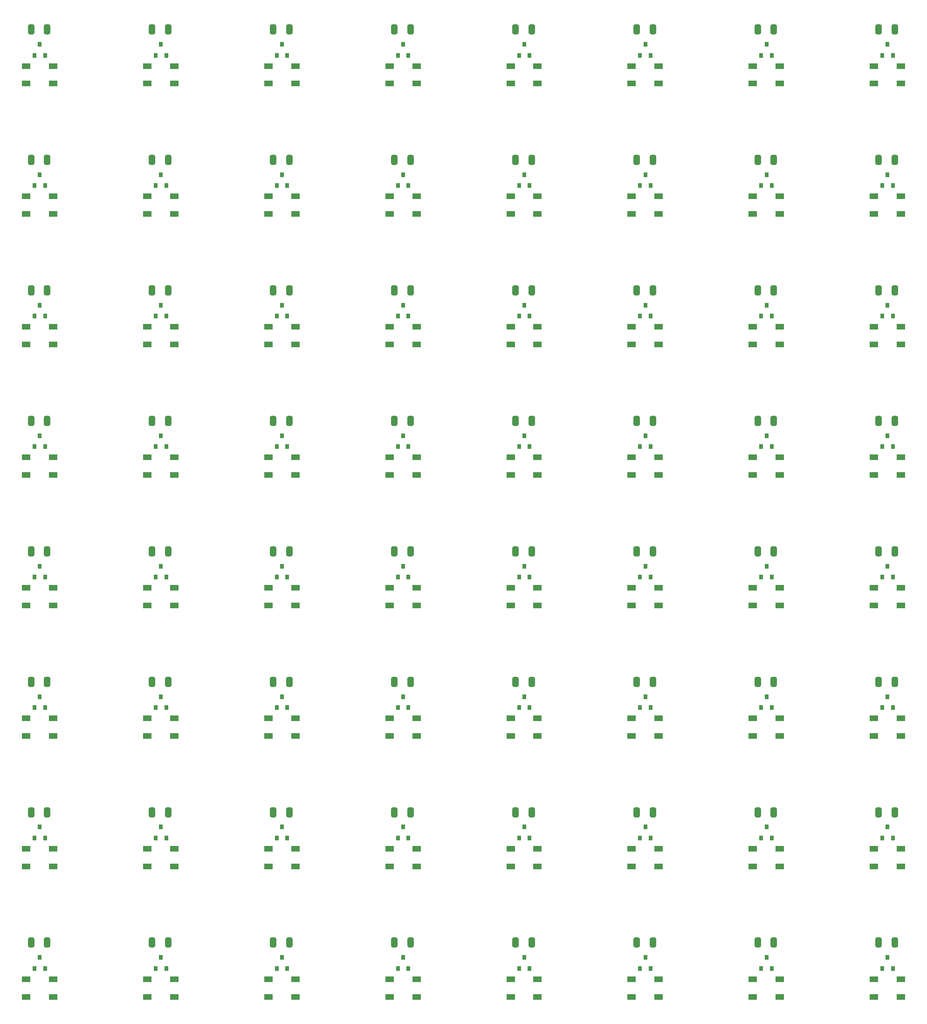
<source format=gbr>
%TF.GenerationSoftware,KiCad,Pcbnew,(6.0.7-1)-1*%
%TF.CreationDate,2022-12-02T15:51:38+01:00*%
%TF.ProjectId,8x8,3878382e-6b69-4636-9164-5f7063625858,rev?*%
%TF.SameCoordinates,Original*%
%TF.FileFunction,Paste,Top*%
%TF.FilePolarity,Positive*%
%FSLAX46Y46*%
G04 Gerber Fmt 4.6, Leading zero omitted, Abs format (unit mm)*
G04 Created by KiCad (PCBNEW (6.0.7-1)-1) date 2022-12-02 15:51:38*
%MOMM*%
%LPD*%
G01*
G04 APERTURE LIST*
G04 Aperture macros list*
%AMRoundRect*
0 Rectangle with rounded corners*
0 $1 Rounding radius*
0 $2 $3 $4 $5 $6 $7 $8 $9 X,Y pos of 4 corners*
0 Add a 4 corners polygon primitive as box body*
4,1,4,$2,$3,$4,$5,$6,$7,$8,$9,$2,$3,0*
0 Add four circle primitives for the rounded corners*
1,1,$1+$1,$2,$3*
1,1,$1+$1,$4,$5*
1,1,$1+$1,$6,$7*
1,1,$1+$1,$8,$9*
0 Add four rect primitives between the rounded corners*
20,1,$1+$1,$2,$3,$4,$5,0*
20,1,$1+$1,$4,$5,$6,$7,0*
20,1,$1+$1,$6,$7,$8,$9,0*
20,1,$1+$1,$8,$9,$2,$3,0*%
G04 Aperture macros list end*
%ADD10R,1.500000X1.000000*%
%ADD11R,0.800000X0.900000*%
%ADD12RoundRect,0.250000X0.325000X0.650000X-0.325000X0.650000X-0.325000X-0.650000X0.325000X-0.650000X0*%
%ADD13RoundRect,0.250000X-0.325000X-0.650000X0.325000X-0.650000X0.325000X0.650000X-0.325000X0.650000X0*%
G04 APERTURE END LIST*
D10*
%TO.C,D1*%
X25526201Y-44296401D03*
X25526201Y-47496401D03*
X30426201Y-47496401D03*
X30426201Y-44296401D03*
%TD*%
%TO.C,D2*%
X47526201Y-44296401D03*
X47526201Y-47496401D03*
X52426201Y-47496401D03*
X52426201Y-44296401D03*
%TD*%
%TO.C,D3*%
X69526201Y-44296401D03*
X69526201Y-47496401D03*
X74426201Y-47496401D03*
X74426201Y-44296401D03*
%TD*%
%TO.C,D4*%
X91526201Y-44296401D03*
X91526201Y-47496401D03*
X96426201Y-47496401D03*
X96426201Y-44296401D03*
%TD*%
%TO.C,D5*%
X113526201Y-44296401D03*
X113526201Y-47496401D03*
X118426201Y-47496401D03*
X118426201Y-44296401D03*
%TD*%
%TO.C,D6*%
X135526201Y-44296401D03*
X135526201Y-47496401D03*
X140426201Y-47496401D03*
X140426201Y-44296401D03*
%TD*%
%TO.C,D7*%
X157526201Y-44296401D03*
X157526201Y-47496401D03*
X162426201Y-47496401D03*
X162426201Y-44296401D03*
%TD*%
%TO.C,D8*%
X179526201Y-44296401D03*
X179526201Y-47496401D03*
X184426201Y-47496401D03*
X184426201Y-44296401D03*
%TD*%
%TO.C,D9*%
X30426201Y-71196401D03*
X30426201Y-67996401D03*
X25526201Y-67996401D03*
X25526201Y-71196401D03*
%TD*%
%TO.C,D10*%
X52426201Y-71196401D03*
X52426201Y-67996401D03*
X47526201Y-67996401D03*
X47526201Y-71196401D03*
%TD*%
%TO.C,D11*%
X74426201Y-71196401D03*
X74426201Y-67996401D03*
X69526201Y-67996401D03*
X69526201Y-71196401D03*
%TD*%
%TO.C,D12*%
X96426201Y-71196401D03*
X96426201Y-67996401D03*
X91526201Y-67996401D03*
X91526201Y-71196401D03*
%TD*%
%TO.C,D13*%
X118426201Y-71196401D03*
X118426201Y-67996401D03*
X113526201Y-67996401D03*
X113526201Y-71196401D03*
%TD*%
%TO.C,D14*%
X140426201Y-71196401D03*
X140426201Y-67996401D03*
X135526201Y-67996401D03*
X135526201Y-71196401D03*
%TD*%
%TO.C,D15*%
X162426201Y-71196401D03*
X162426201Y-67996401D03*
X157526201Y-67996401D03*
X157526201Y-71196401D03*
%TD*%
%TO.C,D16*%
X184426201Y-71196401D03*
X184426201Y-67996401D03*
X179526201Y-67996401D03*
X179526201Y-71196401D03*
%TD*%
%TO.C,D17*%
X25526201Y-91696401D03*
X25526201Y-94896401D03*
X30426201Y-94896401D03*
X30426201Y-91696401D03*
%TD*%
%TO.C,D18*%
X47526201Y-91696401D03*
X47526201Y-94896401D03*
X52426201Y-94896401D03*
X52426201Y-91696401D03*
%TD*%
%TO.C,D19*%
X69526201Y-91696401D03*
X69526201Y-94896401D03*
X74426201Y-94896401D03*
X74426201Y-91696401D03*
%TD*%
%TO.C,D20*%
X91526201Y-91696401D03*
X91526201Y-94896401D03*
X96426201Y-94896401D03*
X96426201Y-91696401D03*
%TD*%
%TO.C,D21*%
X113526201Y-91696401D03*
X113526201Y-94896401D03*
X118426201Y-94896401D03*
X118426201Y-91696401D03*
%TD*%
%TO.C,D22*%
X135526201Y-91696401D03*
X135526201Y-94896401D03*
X140426201Y-94896401D03*
X140426201Y-91696401D03*
%TD*%
%TO.C,D23*%
X157526201Y-91696401D03*
X157526201Y-94896401D03*
X162426201Y-94896401D03*
X162426201Y-91696401D03*
%TD*%
%TO.C,D24*%
X179526201Y-91696401D03*
X179526201Y-94896401D03*
X184426201Y-94896401D03*
X184426201Y-91696401D03*
%TD*%
%TO.C,D25*%
X30426201Y-118596401D03*
X30426201Y-115396401D03*
X25526201Y-115396401D03*
X25526201Y-118596401D03*
%TD*%
%TO.C,D26*%
X52426201Y-118596401D03*
X52426201Y-115396401D03*
X47526201Y-115396401D03*
X47526201Y-118596401D03*
%TD*%
%TO.C,D27*%
X74426201Y-118596401D03*
X74426201Y-115396401D03*
X69526201Y-115396401D03*
X69526201Y-118596401D03*
%TD*%
%TO.C,D28*%
X96426201Y-118596401D03*
X96426201Y-115396401D03*
X91526201Y-115396401D03*
X91526201Y-118596401D03*
%TD*%
%TO.C,D29*%
X118426201Y-118596401D03*
X118426201Y-115396401D03*
X113526201Y-115396401D03*
X113526201Y-118596401D03*
%TD*%
%TO.C,D30*%
X140426201Y-118596401D03*
X140426201Y-115396401D03*
X135526201Y-115396401D03*
X135526201Y-118596401D03*
%TD*%
%TO.C,D31*%
X162426201Y-118596401D03*
X162426201Y-115396401D03*
X157526201Y-115396401D03*
X157526201Y-118596401D03*
%TD*%
%TO.C,D32*%
X184426201Y-118596401D03*
X184426201Y-115396401D03*
X179526201Y-115396401D03*
X179526201Y-118596401D03*
%TD*%
%TO.C,D33*%
X25526201Y-139096401D03*
X25526201Y-142296401D03*
X30426201Y-142296401D03*
X30426201Y-139096401D03*
%TD*%
%TO.C,D34*%
X47526201Y-139096401D03*
X47526201Y-142296401D03*
X52426201Y-142296401D03*
X52426201Y-139096401D03*
%TD*%
%TO.C,D35*%
X69526201Y-139096401D03*
X69526201Y-142296401D03*
X74426201Y-142296401D03*
X74426201Y-139096401D03*
%TD*%
%TO.C,D36*%
X91526201Y-139096401D03*
X91526201Y-142296401D03*
X96426201Y-142296401D03*
X96426201Y-139096401D03*
%TD*%
%TO.C,D37*%
X113526201Y-139096401D03*
X113526201Y-142296401D03*
X118426201Y-142296401D03*
X118426201Y-139096401D03*
%TD*%
%TO.C,D38*%
X135526201Y-139096401D03*
X135526201Y-142296401D03*
X140426201Y-142296401D03*
X140426201Y-139096401D03*
%TD*%
%TO.C,D39*%
X157526201Y-139096401D03*
X157526201Y-142296401D03*
X162426201Y-142296401D03*
X162426201Y-139096401D03*
%TD*%
%TO.C,D40*%
X179526201Y-139096401D03*
X179526201Y-142296401D03*
X184426201Y-142296401D03*
X184426201Y-139096401D03*
%TD*%
%TO.C,D41*%
X30426201Y-165996401D03*
X30426201Y-162796401D03*
X25526201Y-162796401D03*
X25526201Y-165996401D03*
%TD*%
%TO.C,D42*%
X52426201Y-165996401D03*
X52426201Y-162796401D03*
X47526201Y-162796401D03*
X47526201Y-165996401D03*
%TD*%
%TO.C,D43*%
X74426201Y-165996401D03*
X74426201Y-162796401D03*
X69526201Y-162796401D03*
X69526201Y-165996401D03*
%TD*%
%TO.C,D44*%
X96426201Y-165996401D03*
X96426201Y-162796401D03*
X91526201Y-162796401D03*
X91526201Y-165996401D03*
%TD*%
%TO.C,D45*%
X118426201Y-165996401D03*
X118426201Y-162796401D03*
X113526201Y-162796401D03*
X113526201Y-165996401D03*
%TD*%
%TO.C,D46*%
X140426201Y-165996401D03*
X140426201Y-162796401D03*
X135526201Y-162796401D03*
X135526201Y-165996401D03*
%TD*%
%TO.C,D47*%
X162426201Y-165996401D03*
X162426201Y-162796401D03*
X157526201Y-162796401D03*
X157526201Y-165996401D03*
%TD*%
%TO.C,D48*%
X184426201Y-165996401D03*
X184426201Y-162796401D03*
X179526201Y-162796401D03*
X179526201Y-165996401D03*
%TD*%
%TO.C,D49*%
X25526201Y-186496401D03*
X25526201Y-189696401D03*
X30426201Y-189696401D03*
X30426201Y-186496401D03*
%TD*%
%TO.C,D50*%
X47526201Y-186496401D03*
X47526201Y-189696401D03*
X52426201Y-189696401D03*
X52426201Y-186496401D03*
%TD*%
%TO.C,D51*%
X69526201Y-186496401D03*
X69526201Y-189696401D03*
X74426201Y-189696401D03*
X74426201Y-186496401D03*
%TD*%
%TO.C,D52*%
X91526201Y-186496401D03*
X91526201Y-189696401D03*
X96426201Y-189696401D03*
X96426201Y-186496401D03*
%TD*%
%TO.C,D53*%
X113526201Y-186496401D03*
X113526201Y-189696401D03*
X118426201Y-189696401D03*
X118426201Y-186496401D03*
%TD*%
%TO.C,D54*%
X135526201Y-186496401D03*
X135526201Y-189696401D03*
X140426201Y-189696401D03*
X140426201Y-186496401D03*
%TD*%
%TO.C,D55*%
X157526201Y-186496401D03*
X157526201Y-189696401D03*
X162426201Y-189696401D03*
X162426201Y-186496401D03*
%TD*%
%TO.C,D56*%
X179526201Y-186496401D03*
X179526201Y-189696401D03*
X184426201Y-189696401D03*
X184426201Y-186496401D03*
%TD*%
%TO.C,D57*%
X30426201Y-213396401D03*
X30426201Y-210196401D03*
X25526201Y-210196401D03*
X25526201Y-213396401D03*
%TD*%
%TO.C,D58*%
X52426201Y-213396401D03*
X52426201Y-210196401D03*
X47526201Y-210196401D03*
X47526201Y-213396401D03*
%TD*%
%TO.C,D59*%
X74426201Y-213396401D03*
X74426201Y-210196401D03*
X69526201Y-210196401D03*
X69526201Y-213396401D03*
%TD*%
%TO.C,D60*%
X96426201Y-213396401D03*
X96426201Y-210196401D03*
X91526201Y-210196401D03*
X91526201Y-213396401D03*
%TD*%
%TO.C,D61*%
X118426201Y-213396401D03*
X118426201Y-210196401D03*
X113526201Y-210196401D03*
X113526201Y-213396401D03*
%TD*%
%TO.C,D62*%
X140426201Y-213396401D03*
X140426201Y-210196401D03*
X135526201Y-210196401D03*
X135526201Y-213396401D03*
%TD*%
%TO.C,D63*%
X162426201Y-213396401D03*
X162426201Y-210196401D03*
X157526201Y-210196401D03*
X157526201Y-213396401D03*
%TD*%
%TO.C,D64*%
X184426201Y-213396401D03*
X184426201Y-210196401D03*
X179526201Y-210196401D03*
X179526201Y-213396401D03*
%TD*%
D11*
%TO.C,U1*%
X27050000Y-42350000D03*
X28950000Y-42350000D03*
X28000000Y-40350000D03*
%TD*%
%TO.C,U2*%
X49050000Y-42350000D03*
X50950000Y-42350000D03*
X50000000Y-40350000D03*
%TD*%
%TO.C,U3*%
X71050000Y-42350000D03*
X72950000Y-42350000D03*
X72000000Y-40350000D03*
%TD*%
%TO.C,U4*%
X93050000Y-42350000D03*
X94950000Y-42350000D03*
X94000000Y-40350000D03*
%TD*%
%TO.C,U5*%
X115050000Y-42350000D03*
X116950000Y-42350000D03*
X116000000Y-40350000D03*
%TD*%
%TO.C,U6*%
X137050000Y-42350000D03*
X138950000Y-42350000D03*
X138000000Y-40350000D03*
%TD*%
%TO.C,U7*%
X159050000Y-42350000D03*
X160950000Y-42350000D03*
X160000000Y-40350000D03*
%TD*%
%TO.C,U8*%
X181050000Y-42350000D03*
X182950000Y-42350000D03*
X182000000Y-40350000D03*
%TD*%
%TO.C,U9*%
X27050000Y-66050000D03*
X28950000Y-66050000D03*
X28000000Y-64050000D03*
%TD*%
%TO.C,U10*%
X49050000Y-66050000D03*
X50950000Y-66050000D03*
X50000000Y-64050000D03*
%TD*%
%TO.C,U11*%
X71050000Y-66050000D03*
X72950000Y-66050000D03*
X72000000Y-64050000D03*
%TD*%
%TO.C,U12*%
X93050000Y-66050000D03*
X94950000Y-66050000D03*
X94000000Y-64050000D03*
%TD*%
%TO.C,U13*%
X115050000Y-66050000D03*
X116950000Y-66050000D03*
X116000000Y-64050000D03*
%TD*%
%TO.C,U14*%
X137050000Y-66050000D03*
X138950000Y-66050000D03*
X138000000Y-64050000D03*
%TD*%
%TO.C,U15*%
X159050000Y-66050000D03*
X160950000Y-66050000D03*
X160000000Y-64050000D03*
%TD*%
%TO.C,U16*%
X181050000Y-66050000D03*
X182950000Y-66050000D03*
X182000000Y-64050000D03*
%TD*%
%TO.C,U17*%
X27050000Y-89750000D03*
X28950000Y-89750000D03*
X28000000Y-87750000D03*
%TD*%
%TO.C,U18*%
X49050000Y-89750000D03*
X50950000Y-89750000D03*
X50000000Y-87750000D03*
%TD*%
%TO.C,U19*%
X71050000Y-89750000D03*
X72950000Y-89750000D03*
X72000000Y-87750000D03*
%TD*%
%TO.C,U20*%
X93050000Y-89750000D03*
X94950000Y-89750000D03*
X94000000Y-87750000D03*
%TD*%
%TO.C,U21*%
X115050000Y-89750000D03*
X116950000Y-89750000D03*
X116000000Y-87750000D03*
%TD*%
%TO.C,U22*%
X137050000Y-89750000D03*
X138950000Y-89750000D03*
X138000000Y-87750000D03*
%TD*%
%TO.C,U23*%
X159050000Y-89750000D03*
X160950000Y-89750000D03*
X160000000Y-87750000D03*
%TD*%
%TO.C,U24*%
X181050000Y-89750000D03*
X182950000Y-89750000D03*
X182000000Y-87750000D03*
%TD*%
%TO.C,U25*%
X27050000Y-113450000D03*
X28950000Y-113450000D03*
X28000000Y-111450000D03*
%TD*%
%TO.C,U26*%
X49050000Y-113450000D03*
X50950000Y-113450000D03*
X50000000Y-111450000D03*
%TD*%
%TO.C,U27*%
X71050000Y-113450000D03*
X72950000Y-113450000D03*
X72000000Y-111450000D03*
%TD*%
%TO.C,U28*%
X93050000Y-113450000D03*
X94950000Y-113450000D03*
X94000000Y-111450000D03*
%TD*%
%TO.C,U29*%
X115050000Y-113450000D03*
X116950000Y-113450000D03*
X116000000Y-111450000D03*
%TD*%
%TO.C,U30*%
X137050000Y-113450000D03*
X138950000Y-113450000D03*
X138000000Y-111450000D03*
%TD*%
%TO.C,U31*%
X159050000Y-113450000D03*
X160950000Y-113450000D03*
X160000000Y-111450000D03*
%TD*%
%TO.C,U32*%
X181050000Y-113450000D03*
X182950000Y-113450000D03*
X182000000Y-111450000D03*
%TD*%
%TO.C,U33*%
X27050000Y-137150000D03*
X28950000Y-137150000D03*
X28000000Y-135150000D03*
%TD*%
%TO.C,U34*%
X49050000Y-137150000D03*
X50950000Y-137150000D03*
X50000000Y-135150000D03*
%TD*%
%TO.C,U35*%
X71050000Y-137150000D03*
X72950000Y-137150000D03*
X72000000Y-135150000D03*
%TD*%
%TO.C,U36*%
X93050000Y-137150000D03*
X94950000Y-137150000D03*
X94000000Y-135150000D03*
%TD*%
%TO.C,U37*%
X115050000Y-137150000D03*
X116950000Y-137150000D03*
X116000000Y-135150000D03*
%TD*%
%TO.C,U38*%
X137050000Y-137150000D03*
X138950000Y-137150000D03*
X138000000Y-135150000D03*
%TD*%
%TO.C,U39*%
X159050000Y-137150000D03*
X160950000Y-137150000D03*
X160000000Y-135150000D03*
%TD*%
%TO.C,U40*%
X181050000Y-137150000D03*
X182950000Y-137150000D03*
X182000000Y-135150000D03*
%TD*%
%TO.C,U41*%
X27050000Y-160850000D03*
X28950000Y-160850000D03*
X28000000Y-158850000D03*
%TD*%
%TO.C,U42*%
X49050000Y-160850000D03*
X50950000Y-160850000D03*
X50000000Y-158850000D03*
%TD*%
%TO.C,U43*%
X71050000Y-160850000D03*
X72950000Y-160850000D03*
X72000000Y-158850000D03*
%TD*%
%TO.C,U44*%
X93050000Y-160850000D03*
X94950000Y-160850000D03*
X94000000Y-158850000D03*
%TD*%
%TO.C,U45*%
X115050000Y-160850000D03*
X116950000Y-160850000D03*
X116000000Y-158850000D03*
%TD*%
%TO.C,U46*%
X137050000Y-160850000D03*
X138950000Y-160850000D03*
X138000000Y-158850000D03*
%TD*%
%TO.C,U47*%
X159050000Y-160850000D03*
X160950000Y-160850000D03*
X160000000Y-158850000D03*
%TD*%
%TO.C,U48*%
X181050000Y-160850000D03*
X182950000Y-160850000D03*
X182000000Y-158850000D03*
%TD*%
%TO.C,U49*%
X27050000Y-184550000D03*
X28950000Y-184550000D03*
X28000000Y-182550000D03*
%TD*%
%TO.C,U50*%
X49050000Y-184550000D03*
X50950000Y-184550000D03*
X50000000Y-182550000D03*
%TD*%
%TO.C,U51*%
X71050000Y-184550000D03*
X72950000Y-184550000D03*
X72000000Y-182550000D03*
%TD*%
%TO.C,U52*%
X93050000Y-184550000D03*
X94950000Y-184550000D03*
X94000000Y-182550000D03*
%TD*%
%TO.C,U53*%
X115050000Y-184550000D03*
X116950000Y-184550000D03*
X116000000Y-182550000D03*
%TD*%
%TO.C,U54*%
X137050000Y-184550000D03*
X138950000Y-184550000D03*
X138000000Y-182550000D03*
%TD*%
%TO.C,U55*%
X159050000Y-184550000D03*
X160950000Y-184550000D03*
X160000000Y-182550000D03*
%TD*%
%TO.C,U56*%
X181050000Y-184550000D03*
X182950000Y-184550000D03*
X182000000Y-182550000D03*
%TD*%
%TO.C,U57*%
X27050000Y-208250000D03*
X28950000Y-208250000D03*
X28000000Y-206250000D03*
%TD*%
%TO.C,U58*%
X49050000Y-208250000D03*
X50950000Y-208250000D03*
X50000000Y-206250000D03*
%TD*%
%TO.C,U59*%
X71050000Y-208250000D03*
X72950000Y-208250000D03*
X72000000Y-206250000D03*
%TD*%
%TO.C,U60*%
X93050000Y-208250000D03*
X94950000Y-208250000D03*
X94000000Y-206250000D03*
%TD*%
%TO.C,U61*%
X115050000Y-208250000D03*
X116950000Y-208250000D03*
X116000000Y-206250000D03*
%TD*%
%TO.C,U62*%
X137050000Y-208250000D03*
X138950000Y-208250000D03*
X138000000Y-206250000D03*
%TD*%
%TO.C,U63*%
X159050000Y-208250000D03*
X160950000Y-208250000D03*
X160000000Y-206250000D03*
%TD*%
%TO.C,U64*%
X181050000Y-208250000D03*
X182950000Y-208250000D03*
X182000000Y-206250000D03*
%TD*%
D12*
%TO.C,C1*%
X29351800Y-37650000D03*
X26401800Y-37650000D03*
%TD*%
%TO.C,C5*%
X117351800Y-37650000D03*
X114401800Y-37650000D03*
%TD*%
%TO.C,C39*%
X161351800Y-132450000D03*
X158401800Y-132450000D03*
%TD*%
%TO.C,C34*%
X51351800Y-132450000D03*
X48401800Y-132450000D03*
%TD*%
%TO.C,C6*%
X139351800Y-37650000D03*
X136401800Y-37650000D03*
%TD*%
D13*
%TO.C,C44*%
X92401800Y-156150000D03*
X95351800Y-156150000D03*
%TD*%
D12*
%TO.C,C22*%
X139351800Y-85050000D03*
X136401800Y-85050000D03*
%TD*%
%TO.C,C52*%
X95351800Y-179850000D03*
X92401800Y-179850000D03*
%TD*%
%TO.C,C19*%
X73351800Y-85050000D03*
X70401800Y-85050000D03*
%TD*%
%TO.C,C55*%
X161351800Y-179850000D03*
X158401800Y-179850000D03*
%TD*%
%TO.C,C20*%
X95351800Y-85050000D03*
X92401800Y-85050000D03*
%TD*%
%TO.C,C18*%
X51351800Y-85050000D03*
X48401800Y-85050000D03*
%TD*%
%TO.C,C24*%
X183351800Y-85050000D03*
X180401800Y-85050000D03*
%TD*%
%TO.C,C49*%
X29351800Y-179850000D03*
X26401800Y-179850000D03*
%TD*%
%TO.C,C17*%
X29351800Y-85050000D03*
X26401800Y-85050000D03*
%TD*%
%TO.C,C7*%
X161351800Y-37650000D03*
X158401800Y-37650000D03*
%TD*%
D13*
%TO.C,C9*%
X26401800Y-61350000D03*
X29351800Y-61350000D03*
%TD*%
%TO.C,C58*%
X48401800Y-203550000D03*
X51351800Y-203550000D03*
%TD*%
%TO.C,C14*%
X136401800Y-61350000D03*
X139351800Y-61350000D03*
%TD*%
D12*
%TO.C,C33*%
X29351800Y-132450000D03*
X26401800Y-132450000D03*
%TD*%
D13*
%TO.C,C29*%
X114401800Y-108750000D03*
X117351800Y-108750000D03*
%TD*%
D12*
%TO.C,C3*%
X73351800Y-37650000D03*
X70401800Y-37650000D03*
%TD*%
%TO.C,C53*%
X117351800Y-179850000D03*
X114401800Y-179850000D03*
%TD*%
D13*
%TO.C,C60*%
X92401800Y-203550000D03*
X95351800Y-203550000D03*
%TD*%
%TO.C,C45*%
X114401800Y-156150000D03*
X117351800Y-156150000D03*
%TD*%
D12*
%TO.C,C51*%
X73351800Y-179850000D03*
X70401800Y-179850000D03*
%TD*%
%TO.C,C37*%
X117351800Y-132450000D03*
X114401800Y-132450000D03*
%TD*%
%TO.C,C23*%
X161351800Y-85050000D03*
X158401800Y-85050000D03*
%TD*%
D13*
%TO.C,C15*%
X158401800Y-61350000D03*
X161351800Y-61350000D03*
%TD*%
D12*
%TO.C,C54*%
X139351800Y-179850000D03*
X136401800Y-179850000D03*
%TD*%
D13*
%TO.C,C47*%
X158401800Y-156150000D03*
X161351800Y-156150000D03*
%TD*%
%TO.C,C43*%
X70401800Y-156150000D03*
X73351800Y-156150000D03*
%TD*%
%TO.C,C57*%
X26401800Y-203550000D03*
X29351800Y-203550000D03*
%TD*%
D12*
%TO.C,C4*%
X95351800Y-37650000D03*
X92401800Y-37650000D03*
%TD*%
D13*
%TO.C,C46*%
X136401800Y-156150000D03*
X139351800Y-156150000D03*
%TD*%
%TO.C,C32*%
X180401800Y-108750000D03*
X183351800Y-108750000D03*
%TD*%
%TO.C,C26*%
X48401800Y-108750000D03*
X51351800Y-108750000D03*
%TD*%
%TO.C,C42*%
X48401800Y-156150000D03*
X51351800Y-156150000D03*
%TD*%
D12*
%TO.C,C40*%
X183351800Y-132450000D03*
X180401800Y-132450000D03*
%TD*%
D13*
%TO.C,C25*%
X26401800Y-108750000D03*
X29351800Y-108750000D03*
%TD*%
%TO.C,C10*%
X48401800Y-61350000D03*
X51351800Y-61350000D03*
%TD*%
%TO.C,C27*%
X70401800Y-108750000D03*
X73351800Y-108750000D03*
%TD*%
%TO.C,C30*%
X136401800Y-108750000D03*
X139351800Y-108750000D03*
%TD*%
%TO.C,C64*%
X180401800Y-203550000D03*
X183351800Y-203550000D03*
%TD*%
%TO.C,C28*%
X92401800Y-108750000D03*
X95351800Y-108750000D03*
%TD*%
D12*
%TO.C,C8*%
X183351800Y-37650000D03*
X180401800Y-37650000D03*
%TD*%
D13*
%TO.C,C16*%
X180401800Y-61350000D03*
X183351800Y-61350000D03*
%TD*%
%TO.C,C13*%
X114401800Y-61350000D03*
X117351800Y-61350000D03*
%TD*%
D12*
%TO.C,C2*%
X51351800Y-37650000D03*
X48401800Y-37650000D03*
%TD*%
D13*
%TO.C,C62*%
X136401800Y-203550000D03*
X139351800Y-203550000D03*
%TD*%
%TO.C,C48*%
X180401800Y-156150000D03*
X183351800Y-156150000D03*
%TD*%
%TO.C,C59*%
X70401800Y-203550000D03*
X73351800Y-203550000D03*
%TD*%
D12*
%TO.C,C56*%
X183351800Y-179850000D03*
X180401800Y-179850000D03*
%TD*%
D13*
%TO.C,C11*%
X70401800Y-61350000D03*
X73351800Y-61350000D03*
%TD*%
%TO.C,C31*%
X158401800Y-108750000D03*
X161351800Y-108750000D03*
%TD*%
D12*
%TO.C,C38*%
X139351800Y-132450000D03*
X136401800Y-132450000D03*
%TD*%
%TO.C,C36*%
X95351800Y-132450000D03*
X92401800Y-132450000D03*
%TD*%
D13*
%TO.C,C41*%
X26401800Y-156150000D03*
X29351800Y-156150000D03*
%TD*%
D12*
%TO.C,C35*%
X73351800Y-132450000D03*
X70401800Y-132450000D03*
%TD*%
%TO.C,C50*%
X51351800Y-179850000D03*
X48401800Y-179850000D03*
%TD*%
D13*
%TO.C,C12*%
X92401800Y-61350000D03*
X95351800Y-61350000D03*
%TD*%
%TO.C,C63*%
X158401800Y-203550000D03*
X161351800Y-203550000D03*
%TD*%
D12*
%TO.C,C21*%
X117351800Y-85050000D03*
X114401800Y-85050000D03*
%TD*%
D13*
%TO.C,C61*%
X114401800Y-203550000D03*
X117351800Y-203550000D03*
%TD*%
M02*

</source>
